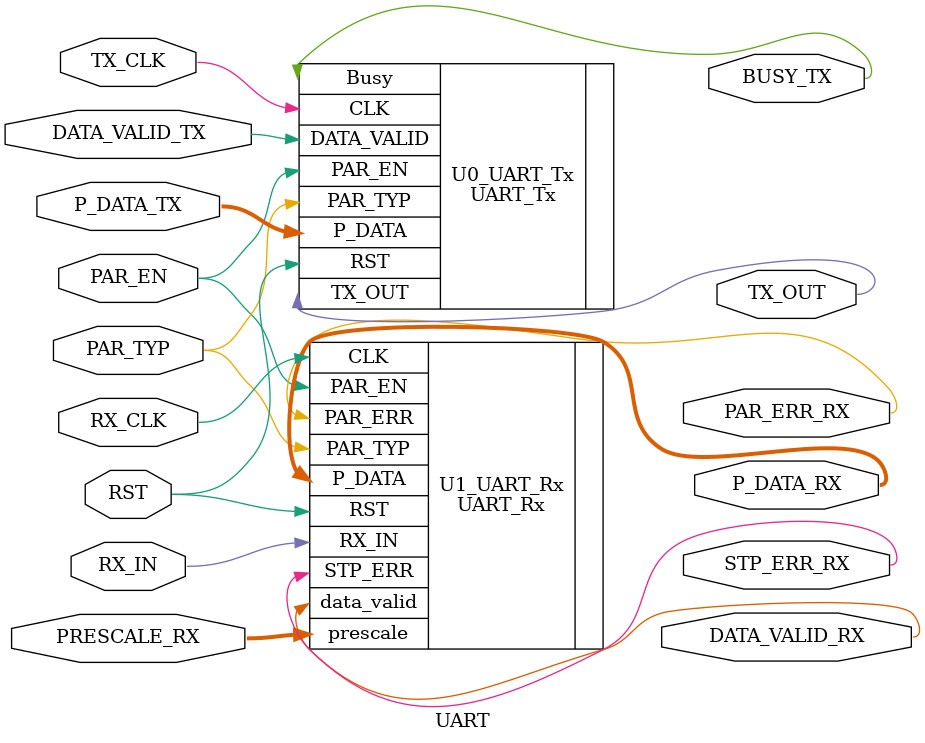
<source format=v>
module UART(input wire TX_CLK,
            input wire RX_CLK,
            input wire RST,
            input wire PAR_TYP,
            input wire PAR_EN,
            input wire [7:0] P_DATA_TX,
            input wire DATA_VALID_TX,
            input wire RX_IN,
            input wire [5:0] PRESCALE_RX,
            output wire TX_OUT,
            output wire BUSY_TX,
            output wire [7:0] P_DATA_RX,
            output wire PAR_ERR_RX,
            output wire STP_ERR_RX,
            output wire DATA_VALID_RX);
    
     UART_Tx U0_UART_Tx (
    .CLK(TX_CLK),
    .RST(RST),
    .PAR_TYP(PAR_TYP),
    .PAR_EN(PAR_EN),
    .P_DATA(P_DATA_TX),
    .DATA_VALID(DATA_VALID_TX),
    .TX_OUT(TX_OUT),
    .Busy(BUSY_TX)
    );
    
     UART_Rx U1_UART_Rx (
    .RX_IN(RX_IN),
    .prescale(PRESCALE_RX),
    .PAR_TYP(PAR_TYP),
    .PAR_EN(PAR_EN),
    .CLK(RX_CLK),
    .RST(RST),
    .P_DATA(P_DATA_RX),
    .PAR_ERR(PAR_ERR_RX),
    .STP_ERR(STP_ERR_RX),
    .data_valid(DATA_VALID_RX)
    );
    
endmodule

</source>
